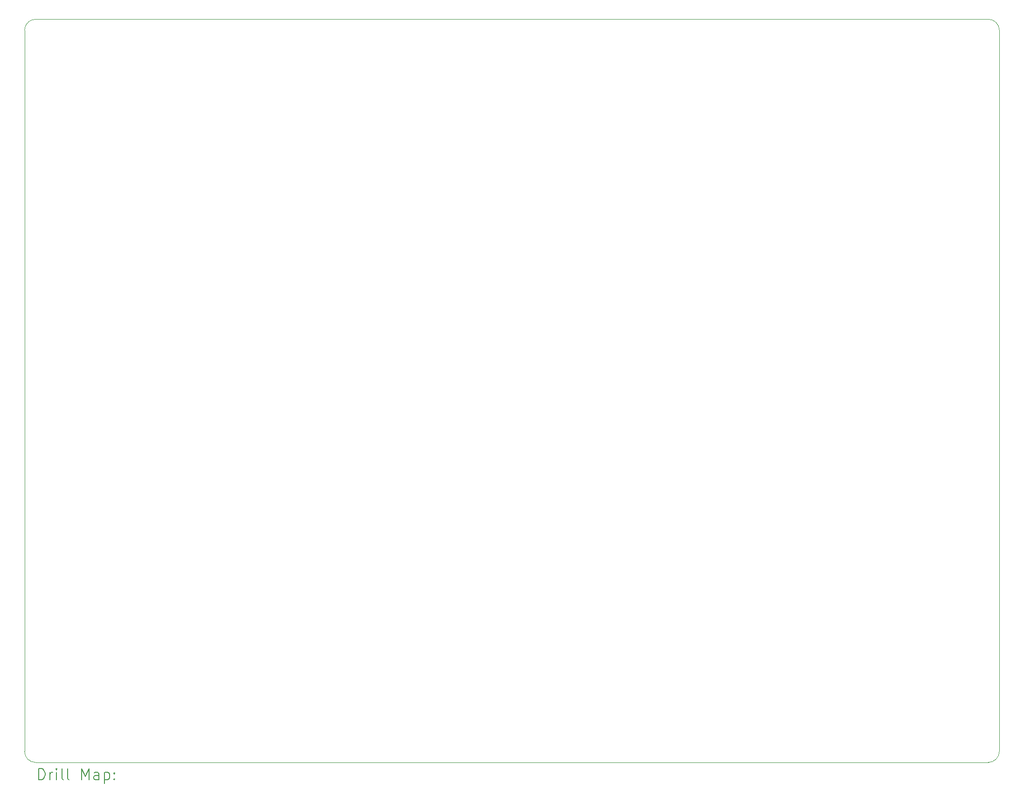
<source format=gbr>
%TF.GenerationSoftware,KiCad,Pcbnew,8.0.5*%
%TF.CreationDate,2025-05-08T20:59:00+02:00*%
%TF.ProjectId,rev_power_A,7265765f-706f-4776-9572-5f412e6b6963,rev?*%
%TF.SameCoordinates,Original*%
%TF.FileFunction,Drillmap*%
%TF.FilePolarity,Positive*%
%FSLAX45Y45*%
G04 Gerber Fmt 4.5, Leading zero omitted, Abs format (unit mm)*
G04 Created by KiCad (PCBNEW 8.0.5) date 2025-05-08 20:59:00*
%MOMM*%
%LPD*%
G01*
G04 APERTURE LIST*
%ADD10C,0.050000*%
%ADD11C,0.200000*%
G04 APERTURE END LIST*
D10*
X18700000Y14400000D02*
X1400000Y14400000D01*
X1200000Y14200001D02*
X1200000Y1100000D01*
X1400000Y900000D02*
G75*
G02*
X1200000Y1100000I0J200000D01*
G01*
X18900000Y1100000D02*
G75*
G02*
X18700000Y900000I-200000J0D01*
G01*
X18900000Y1100000D02*
X18900000Y14200000D01*
X18700000Y14400000D02*
G75*
G02*
X18900000Y14200000I0J-200000D01*
G01*
X1200000Y14200001D02*
G75*
G02*
X1400000Y14400000I200000J-1D01*
G01*
X1400000Y900000D02*
X18700000Y900000D01*
D11*
X1458277Y586016D02*
X1458277Y786016D01*
X1458277Y786016D02*
X1505896Y786016D01*
X1505896Y786016D02*
X1534467Y776492D01*
X1534467Y776492D02*
X1553515Y757445D01*
X1553515Y757445D02*
X1563039Y738397D01*
X1563039Y738397D02*
X1572562Y700302D01*
X1572562Y700302D02*
X1572562Y671730D01*
X1572562Y671730D02*
X1563039Y633635D01*
X1563039Y633635D02*
X1553515Y614588D01*
X1553515Y614588D02*
X1534467Y595540D01*
X1534467Y595540D02*
X1505896Y586016D01*
X1505896Y586016D02*
X1458277Y586016D01*
X1658277Y586016D02*
X1658277Y719349D01*
X1658277Y681254D02*
X1667801Y700302D01*
X1667801Y700302D02*
X1677324Y709826D01*
X1677324Y709826D02*
X1696372Y719349D01*
X1696372Y719349D02*
X1715420Y719349D01*
X1782086Y586016D02*
X1782086Y719349D01*
X1782086Y786016D02*
X1772562Y776492D01*
X1772562Y776492D02*
X1782086Y766968D01*
X1782086Y766968D02*
X1791610Y776492D01*
X1791610Y776492D02*
X1782086Y786016D01*
X1782086Y786016D02*
X1782086Y766968D01*
X1905896Y586016D02*
X1886848Y595540D01*
X1886848Y595540D02*
X1877324Y614588D01*
X1877324Y614588D02*
X1877324Y786016D01*
X2010658Y586016D02*
X1991610Y595540D01*
X1991610Y595540D02*
X1982086Y614588D01*
X1982086Y614588D02*
X1982086Y786016D01*
X2239229Y586016D02*
X2239229Y786016D01*
X2239229Y786016D02*
X2305896Y643159D01*
X2305896Y643159D02*
X2372563Y786016D01*
X2372563Y786016D02*
X2372563Y586016D01*
X2553515Y586016D02*
X2553515Y690778D01*
X2553515Y690778D02*
X2543991Y709826D01*
X2543991Y709826D02*
X2524944Y719349D01*
X2524944Y719349D02*
X2486848Y719349D01*
X2486848Y719349D02*
X2467801Y709826D01*
X2553515Y595540D02*
X2534467Y586016D01*
X2534467Y586016D02*
X2486848Y586016D01*
X2486848Y586016D02*
X2467801Y595540D01*
X2467801Y595540D02*
X2458277Y614588D01*
X2458277Y614588D02*
X2458277Y633635D01*
X2458277Y633635D02*
X2467801Y652683D01*
X2467801Y652683D02*
X2486848Y662207D01*
X2486848Y662207D02*
X2534467Y662207D01*
X2534467Y662207D02*
X2553515Y671730D01*
X2648753Y719349D02*
X2648753Y519349D01*
X2648753Y709826D02*
X2667801Y719349D01*
X2667801Y719349D02*
X2705896Y719349D01*
X2705896Y719349D02*
X2724944Y709826D01*
X2724944Y709826D02*
X2734467Y700302D01*
X2734467Y700302D02*
X2743991Y681254D01*
X2743991Y681254D02*
X2743991Y624111D01*
X2743991Y624111D02*
X2734467Y605064D01*
X2734467Y605064D02*
X2724944Y595540D01*
X2724944Y595540D02*
X2705896Y586016D01*
X2705896Y586016D02*
X2667801Y586016D01*
X2667801Y586016D02*
X2648753Y595540D01*
X2829705Y605064D02*
X2839229Y595540D01*
X2839229Y595540D02*
X2829705Y586016D01*
X2829705Y586016D02*
X2820182Y595540D01*
X2820182Y595540D02*
X2829705Y605064D01*
X2829705Y605064D02*
X2829705Y586016D01*
X2829705Y709826D02*
X2839229Y700302D01*
X2839229Y700302D02*
X2829705Y690778D01*
X2829705Y690778D02*
X2820182Y700302D01*
X2820182Y700302D02*
X2829705Y709826D01*
X2829705Y709826D02*
X2829705Y690778D01*
M02*

</source>
